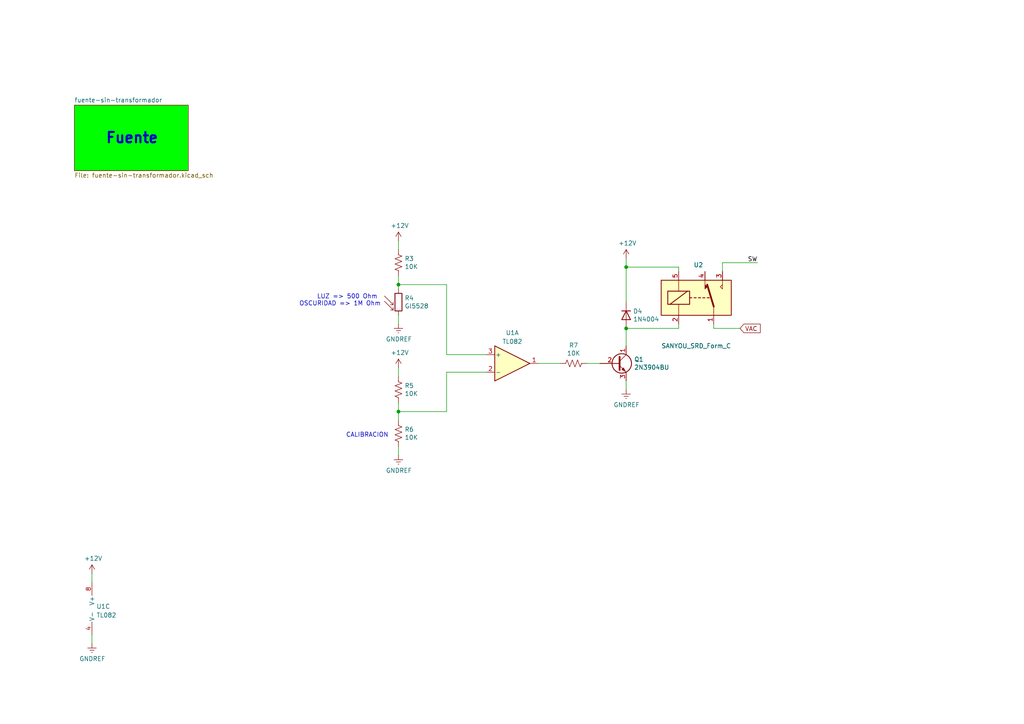
<source format=kicad_sch>
(kicad_sch (version 20230121) (generator eeschema)
  (paper "A4")
  (title_block (title "Luz nocturna automatica") (date "2023-03-16") (rev "V1.0.0") (company "https://maykolrey.com") (comment 1 "Maykol Rey"))
  (lib_symbols
    (symbol "Amplifier_Operational:TL082" (pin_names (offset 0.127))
      (property "Reference" "U" (at 0 5.08 0))
      (property "Value" "TL082" (at 0 -5.08 0))
      (symbol "TL082_1_1"
        (polyline (pts (xy -5.08 5.08) (xy 5.08 0) (xy -5.08 -5.08) (xy -5.08 5.08)) (stroke (width 0.254)) (fill (type background)))
        (pin output line (at 7.62 0 180) (length 2.54) (name "~") (number "1"))
        (pin input line (at -7.62 -2.54 0) (length 2.54) (name "-") (number "2"))
        (pin input line (at -7.62 2.54 0) (length 2.54) (name "+") (number "3"))
      )
      (symbol "TL082_2_1"
        (polyline (pts (xy -5.08 5.08) (xy 5.08 0) (xy -5.08 -5.08) (xy -5.08 5.08)) (stroke (width 0.254)) (fill (type background)))
        (pin input line (at -7.62 2.54 0) (length 2.54) (name "+") (number "5"))
        (pin input line (at -7.62 -2.54 0) (length 2.54) (name "-") (number "6"))
        (pin output line (at 7.62 0 180) (length 2.54) (name "~") (number "7"))
      )
      (symbol "TL082_3_1"
        (pin power_in line (at -2.54 -7.62 90) (length 3.81) (name "V-") (number "4"))
        (pin power_in line (at -2.54 7.62 270) (length 3.81) (name "V+") (number "8"))
      )
    )
    (symbol "Device:D" (pin_numbers hide) (pin_names (offset 1.016) hide)
      (property "Reference" "D" (at 0 2.54 0))
      (property "Value" "D" (at 0 -2.54 0))
      (symbol "D_0_1"
        (polyline (pts (xy -1.27 1.27) (xy -1.27 -1.27)) (stroke (width 0.254)))
        (polyline (pts (xy 1.27 0) (xy -1.27 0)))
        (polyline (pts (xy 1.27 1.27) (xy 1.27 -1.27) (xy -1.27 0) (xy 1.27 1.27)) (stroke (width 0.254)))
      )
      (symbol "D_1_1"
        (pin passive line (at -3.81 0 0) (length 2.54) (name "K") (number "1"))
        (pin passive line (at 3.81 0 180) (length 2.54) (name "A") (number "2"))
      )
    )
    (symbol "Device:Q_NPN_CBE" (pin_names (offset 0) hide)
      (property "Reference" "Q" (at 5.08 1.27 0))
      (property "Value" "Q_NPN_CBE" (at 5.08 -1.27 0))
      (symbol "Q_NPN_CBE_0_1"
        (polyline (pts (xy 0.635 0.635) (xy 2.54 2.54)))
        (polyline (pts (xy 0.635 -0.635) (xy 2.54 -2.54) (xy 2.54 -2.54)))
        (polyline (pts (xy 0.635 1.905) (xy 0.635 -1.905) (xy 0.635 -1.905)) (stroke (width 0.508)))
        (polyline (pts (xy 1.27 -1.778) (xy 1.778 -1.27) (xy 2.286 -2.286) (xy 1.27 -1.778) (xy 1.27 -1.778)) (fill (type outline)))
        (circle (center 1.27 0) (radius 2.8194) (stroke (width 0.254)))
      )
      (symbol "Q_NPN_CBE_1_1"
        (pin passive line (at 2.54 5.08 270) (length 2.54) (name "C") (number "1"))
        (pin input line (at -5.08 0 0) (length 5.715) (name "B") (number "2"))
        (pin passive line (at 2.54 -5.08 90) (length 2.54) (name "E") (number "3"))
      )
    )
    (symbol "Device:R_Photo" (pin_numbers hide) (pin_names (offset 0))
      (property "Reference" "R" (at 1.27 1.27 0))
      (property "Value" "R_Photo" (at 1.27 0 0))
      (symbol "R_Photo_0_1"
        (rectangle (start -1.016 2.54) (end 1.016 -2.54) (stroke (width 0.254)))
        (polyline (pts (xy -1.524 -2.286) (xy -4.064 0.254)))
        (polyline (pts (xy -1.524 -2.286) (xy -2.286 -2.286)))
        (polyline (pts (xy -1.524 -2.286) (xy -1.524 -1.524)))
        (polyline (pts (xy -1.524 -0.762) (xy -4.064 1.778)))
        (polyline (pts (xy -1.524 -0.762) (xy -2.286 -0.762)))
        (polyline (pts (xy -1.524 -0.762) (xy -1.524 0)))
      )
      (symbol "R_Photo_1_1"
        (pin passive line (at 0 3.81 270) (length 1.27) (name "~") (number "1"))
        (pin passive line (at 0 -3.81 90) (length 1.27) (name "~") (number "2"))
      )
    )
    (symbol "Device:R_US" (pin_numbers hide) (pin_names (offset 0))
      (property "Reference" "R" (at 2.54 0 90))
      (property "Value" "R_US" (at -2.54 0 90))
      (symbol "R_US_0_1"
        (polyline (pts (xy 0 -2.286) (xy 0 -2.54)))
        (polyline (pts (xy 0 2.286) (xy 0 2.54)))
        (polyline (pts (xy 0 -0.762) (xy 1.016 -1.143) (xy 0 -1.524) (xy -1.016 -1.905) (xy 0 -2.286)))
        (polyline (pts (xy 0 0.762) (xy 1.016 0.381) (xy 0 0) (xy -1.016 -0.381) (xy 0 -0.762)))
        (polyline (pts (xy 0 2.286) (xy 1.016 1.905) (xy 0 1.524) (xy -1.016 1.143) (xy 0 0.762)))
      )
      (symbol "R_US_1_1"
        (pin passive line (at 0 3.81 270) (length 1.27) (name "~") (number "1"))
        (pin passive line (at 0 -3.81 90) (length 1.27) (name "~") (number "2"))
      )
    )
    (symbol "Relay:SANYOU_SRD_Form_C"
      (property "Reference" "K" (at 11.43 3.81 0))
      (property "Value" "SANYOU_SRD_Form_C" (at 11.43 1.27 0))
      (symbol "SANYOU_SRD_Form_C_0_0"
        (polyline (pts (xy 7.62 5.08) (xy 7.62 2.54) (xy 6.985 3.175) (xy 7.62 3.81)))
      )
      (symbol "SANYOU_SRD_Form_C_0_1"
        (rectangle (start -10.16 5.08) (end 10.16 -5.08) (stroke (width 0.254)) (fill (type background)))
        (rectangle (start -8.255 1.905) (end -1.905 -1.905) (stroke (width 0.254)))
        (polyline (pts (xy -7.62 -1.905) (xy -2.54 1.905)) (stroke (width 0.254)))
        (polyline (pts (xy -5.08 -5.08) (xy -5.08 -1.905)))
        (polyline (pts (xy -5.08 5.08) (xy -5.08 1.905)))
        (polyline (pts (xy -1.905 0) (xy -1.27 0)) (stroke (width 0.254)))
        (polyline (pts (xy -0.635 0) (xy 0 0)) (stroke (width 0.254)))
        (polyline (pts (xy 0.635 0) (xy 1.27 0)) (stroke (width 0.254)))
        (polyline (pts (xy 1.905 0) (xy 2.54 0)) (stroke (width 0.254)))
        (polyline (pts (xy 3.175 0) (xy 3.81 0)) (stroke (width 0.254)))
        (polyline (pts (xy 5.08 -2.54) (xy 3.175 3.81)) (stroke (width 0.508)))
        (polyline (pts (xy 5.08 -2.54) (xy 5.08 -5.08)))
      )
      (symbol "SANYOU_SRD_Form_C_1_1"
        (polyline (pts (xy 2.54 3.81) (xy 3.175 3.175) (xy 2.54 2.54) (xy 2.54 5.08)) (fill (type outline)))
        (pin passive line (at 5.08 -7.62 90) (length 2.54) (name "~") (number "1"))
        (pin passive line (at -5.08 -7.62 90) (length 2.54) (name "~") (number "2"))
        (pin passive line (at 7.62 7.62 270) (length 2.54) (name "~") (number "3"))
        (pin passive line (at 2.54 7.62 270) (length 2.54) (name "~") (number "4"))
        (pin passive line (at -5.08 7.62 270) (length 2.54) (name "~") (number "5"))
      )
    )
    (symbol "power:+12V" (power) (pin_names (offset 0))
      (property "Value" "+12V" (at 0 3.556 0))
      (symbol "+12V_0_1"
        (polyline (pts (xy -0.762 1.27) (xy 0 2.54)))
        (polyline (pts (xy 0 0) (xy 0 2.54)))
        (polyline (pts (xy 0 2.54) (xy 0.762 1.27)))
      )
      (symbol "+12V_1_1"
        (pin power_in line (at 0 0 90) (length 0) hide (name "+12V") (number "1"))
      )
    )
    (symbol "power:GNDREF" (power) (pin_names (offset 0))
      (property "Value" "GNDREF" (at 0 -3.81 0))
      (symbol "GNDREF_0_1"
        (polyline (pts (xy -0.635 -1.905) (xy 0.635 -1.905)))
        (polyline (pts (xy -0.127 -2.54) (xy 0.127 -2.54)))
        (polyline (pts (xy 0 -1.27) (xy 0 0)))
        (polyline (pts (xy 1.27 -1.27) (xy -1.27 -1.27)))
      )
      (symbol "GNDREF_1_1"
        (pin power_in line (at 0 0 270) (length 0) hide (name "GNDREF") (number "1"))
      )
    )
  )
  (junction (at 115.57 82.55))
  (junction (at 115.57 119.38))
  (junction (at 181.61 95.25))
  (junction (at 181.61 77.47))
  (wire (pts (xy 196.85 78.74) (xy 196.85 77.47)))
  (wire (pts (xy 181.61 95.25) (xy 196.85 95.25)))
  (wire (pts (xy 181.61 77.47) (xy 181.61 87.63)))
  (wire (pts (xy 26.67 186.69) (xy 26.67 184.15)))
  (wire (pts (xy 129.54 107.95) (xy 129.54 119.38)))
  (wire (pts (xy 181.61 74.93) (xy 181.61 77.47)))
  (wire (pts (xy 196.85 93.98) (xy 196.85 95.25)))
  (wire (pts (xy 129.54 102.87) (xy 140.97 102.87)))
  (wire (pts (xy 115.57 116.84) (xy 115.57 119.38)))
  (wire (pts (xy 214.63 95.25) (xy 207.01 95.25)))
  (wire (pts (xy 170.18 105.41) (xy 173.99 105.41)))
  (wire (pts (xy 129.54 82.55) (xy 115.57 82.55)))
  (wire (pts (xy 115.57 82.55) (xy 115.57 83.82)))
  (wire (pts (xy 115.57 69.85) (xy 115.57 72.39)))
  (wire (pts (xy 115.57 91.44) (xy 115.57 93.98)))
  (wire (pts (xy 207.01 95.25) (xy 207.01 93.98)))
  (wire (pts (xy 115.57 106.68) (xy 115.57 109.22)))
  (wire (pts (xy 181.61 95.25) (xy 181.61 100.33)))
  (wire (pts (xy 156.21 105.41) (xy 162.56 105.41)))
  (wire (pts (xy 181.61 110.49) (xy 181.61 113.03)))
  (wire (pts (xy 115.57 129.54) (xy 115.57 132.08)))
  (wire (pts (xy 129.54 119.38) (xy 115.57 119.38)))
  (wire (pts (xy 115.57 80.01) (xy 115.57 82.55)))
  (wire (pts (xy 209.55 76.2) (xy 209.55 78.74)))
  (wire (pts (xy 129.54 107.95) (xy 140.97 107.95)))
  (wire (pts (xy 181.61 77.47) (xy 196.85 77.47)))
  (wire (pts (xy 219.71 76.2) (xy 209.55 76.2)))
  (wire (pts (xy 115.57 119.38) (xy 115.57 121.92)))
  (wire (pts (xy 129.54 102.87) (xy 129.54 82.55)))
  (wire (pts (xy 26.67 166.37) (xy 26.67 168.91)))
  (text "         LUZ => 500 Ohm \nOSCURIDAD => 1M Ohm" (at 110.49 88.9 0) (effects (font (size 1.27 1.27)) (justify right bottom)))
  (text "Fuente" (at 30.48 41.91 0) (effects (font (size 3 3) (thickness 0.6) bold) (justify left bottom)))
  (text "CALIBRACION" (at 100.33 127 0) (effects (font (size 1.27 1.27)) (justify left bottom)))
  (label "SW" (at 219.71 76.2 180))
  (global_label "VAC" (shape input) (at 214.63 95.25 0) (property "Intersheetrefs" "${INTERSHEET_REFS}" (effects hide)))
  (symbol (lib_id "Relay:SANYOU_SRD_Form_C") (at 201.93 86.36 0) (unit 1)
    (property "Reference" "U2" (at 202.565 76.835 0))
    (property "Value" "SANYOU_SRD_Form_C" (at 201.93 100.33 0))
    (property "Footprint" "Relay_THT:Relay_SPDT_SANYOU_SRD_Series_Form_C" (effects hide))
    (property "Datasheet" "http://www.datasheet.es/download.php?id=720554" (effects hide))
    (property "Mfg Part #" "ORWH-SH-124D1F,000" (effects hide))
  )
  (symbol (lib_id "Amplifier_Operational:TL082") (at 148.59 105.41 0) (unit 1)
    (property "Reference" "U1" (at 148.59 96.52 0))
    (property "Value" "TL082" (at 148.59 99.06 0))
    (property "Footprint" "Package_DIP:DIP-8_W7.62mm" (effects hide))
    (property "Datasheet" "https://www.ti.com/lit/ds/symlink/tl082-n.pdf" (effects hide))
    (property "Mfg Part #" "TL082IP" (effects hide))
  )
  (symbol (lib_id "power:+12V") (at 26.67 166.37 0) (unit 1)
    (property "Reference" "#PWR07" (effects hide))
    (property "Value" "+12V" (at 27.051 161.9758 0))
  )
  (symbol (lib_id "Device:Q_NPN_CBE") (at 179.07 105.41 0) (unit 1)
    (property "Reference" "Q1" (at 183.9214 104.2416 0) (effects (justify left)))
    (property "Value" "2N3904BU" (at 183.9214 106.553 0) (effects (justify left)))
    (property "Footprint" "Package_TO_SOT_THT:TO-92" (effects hide))
    (property "Datasheet" "https://www.onsemi.com/pub/Collateral/PZT3904-D.pdf" (effects hide))
    (property "Mfg Part #" "2N3904BU" (effects hide))
  )
  (symbol (lib_id "Device:D") (at 181.61 91.44 270) (unit 1)
    (property "Reference" "D4" (at 183.6166 90.2716 90) (effects (justify left)))
    (property "Value" "1N4004" (at 183.6166 92.583 90) (effects (justify left)))
    (property "Footprint" "Diode_THT:D_DO-41_SOD81_P10.16mm_Horizontal" (effects hide))
    (property "Mfg Part #" "1N4004-T" (effects hide))
  )
  (symbol (lib_id "power:+12V") (at 181.61 74.93 0) (unit 1)
    (property "Reference" "#PWR09" (effects hide))
    (property "Value" "+12V" (at 181.991 70.5358 0))
  )
  (symbol (lib_id "Device:R_US") (at 166.37 105.41 270) (unit 1)
    (property "Reference" "R7" (at 166.37 100.1522 90))
    (property "Value" "10K" (at 166.37 102.4636 90))
    (property "Footprint" "Resistor_THT:R_Axial_DIN0411_L9.9mm_D3.6mm_P12.70mm_Horizontal" (effects hide))
  )
  (symbol (lib_id "power:GNDREF") (at 181.61 113.03 0) (unit 1)
    (property "Reference" "#PWR010" (effects hide))
    (property "Value" "GNDREF" (at 181.737 117.4242 0))
  )
  (symbol (lib_id "power:+12V") (at 115.57 106.68 0) (unit 1)
    (property "Reference" "#PWR05" (effects hide))
    (property "Value" "+12V" (at 115.951 102.2858 0))
  )
  (symbol (lib_id "Device:R_US") (at 115.57 113.03 180) (unit 1)
    (property "Reference" "R5" (at 117.348 111.8616 0) (effects (justify right)))
    (property "Value" "10K" (at 117.348 114.173 0) (effects (justify right)))
    (property "Footprint" "Resistor_THT:R_Axial_DIN0411_L9.9mm_D3.6mm_P12.70mm_Horizontal" (effects hide))
  )
  (symbol (lib_id "Device:R_US") (at 115.57 125.73 180) (unit 1)
    (property "Reference" "R6" (at 117.348 124.5616 0) (effects (justify right)))
    (property "Value" "10K" (at 117.348 126.873 0) (effects (justify right)))
    (property "Footprint" "Resistor_THT:R_Axial_DIN0411_L9.9mm_D3.6mm_P12.70mm_Horizontal" (effects hide))
  )
  (symbol (lib_id "power:GNDREF") (at 115.57 132.08 0) (unit 1)
    (property "Reference" "#PWR06" (effects hide))
    (property "Value" "GNDREF" (at 115.697 136.4742 0))
  )
  (symbol (lib_id "Device:R_Photo") (at 115.57 87.63 0) (unit 1)
    (property "Reference" "R4" (at 117.348 86.4616 0) (effects (justify left)))
    (property "Value" "Gl5528" (at 117.348 88.773 0) (effects (justify left)))
    (property "Footprint" "Resistor_THT:R_Axial_DIN0516_L15.5mm_D5.0mm_P5.08mm_Vertical" (effects hide))
    (property "Mfg Part #" "Gl5528" (effects hide))
  )
  (symbol (lib_id "Device:R_US") (at 115.57 76.2 180) (unit 1)
    (property "Reference" "R3" (at 117.348 75.0316 0) (effects (justify right)))
    (property "Value" "10K" (at 117.348 77.343 0) (effects (justify right)))
    (property "Footprint" "Resistor_THT:R_Axial_DIN0411_L9.9mm_D3.6mm_P12.70mm_Horizontal" (effects hide))
  )
  (symbol (lib_id "power:+12V") (at 115.57 69.85 0) (unit 1)
    (property "Reference" "#PWR03" (effects hide))
    (property "Value" "+12V" (at 115.951 65.4558 0))
  )
  (symbol (lib_id "power:GNDREF") (at 115.57 93.98 0) (unit 1)
    (property "Reference" "#PWR04" (effects hide))
    (property "Value" "GNDREF" (at 115.697 98.3742 0))
  )
  (symbol (lib_id "power:GNDREF") (at 26.67 186.69 0) (unit 1)
    (property "Reference" "#PWR08" (effects hide))
    (property "Value" "GNDREF" (at 26.797 191.0842 0))
  )
  (symbol (lib_id "Amplifier_Operational:TL082") (at 29.21 176.53 0) (unit 3)
    (property "Reference" "U1" (at 27.94 175.895 0) (effects (justify left)))
    (property "Value" "TL082" (at 27.94 178.435 0) (effects (justify left)))
    (property "Footprint" "Package_DIP:DIP-8_W7.62mm" (effects hide))
    (property "Datasheet" "https://www.ti.com/lit/ds/symlink/tl082-n.pdf" (effects hide))
    (property "Mfg Part #" "TL082IP" (effects hide))
  )
  (sheet (at 21.59 30.48) (size 33.02 19.05) (fill (color 0 255 0 1.0000))
    (property "Sheetname" "fuente-sin-transformador" (at 21.59 29.7684 0) (effects (justify left bottom)))
    (property "Sheetfile" "fuente-sin-transformador.kicad_sch" (at 21.59 50.1146 0) (effects (justify left top)))
  )
)
</source>
